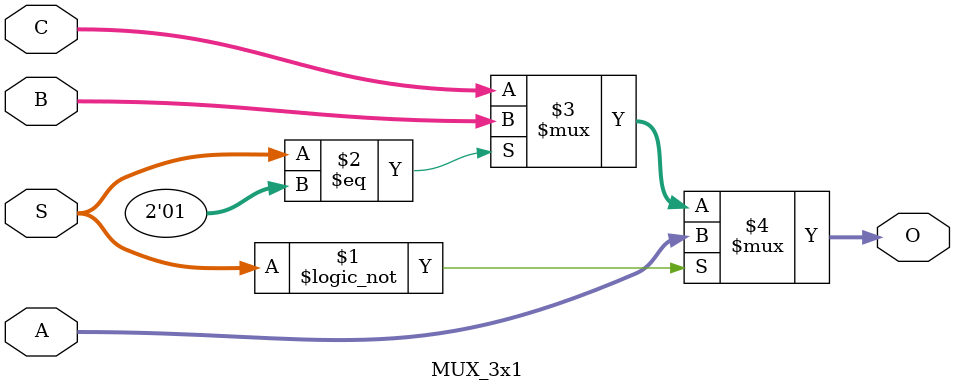
<source format=v>
`timescale 1ns / 1ps


module MUX_3x1(
    input [63:0] A,
    input [63:0] B,
    input [63:0] C,
    input [1:0] S,
    output [63:0] O
);

    assign O = (S==2'b00) ? A: (S==2'b01) ? B: C;
endmodule

</source>
